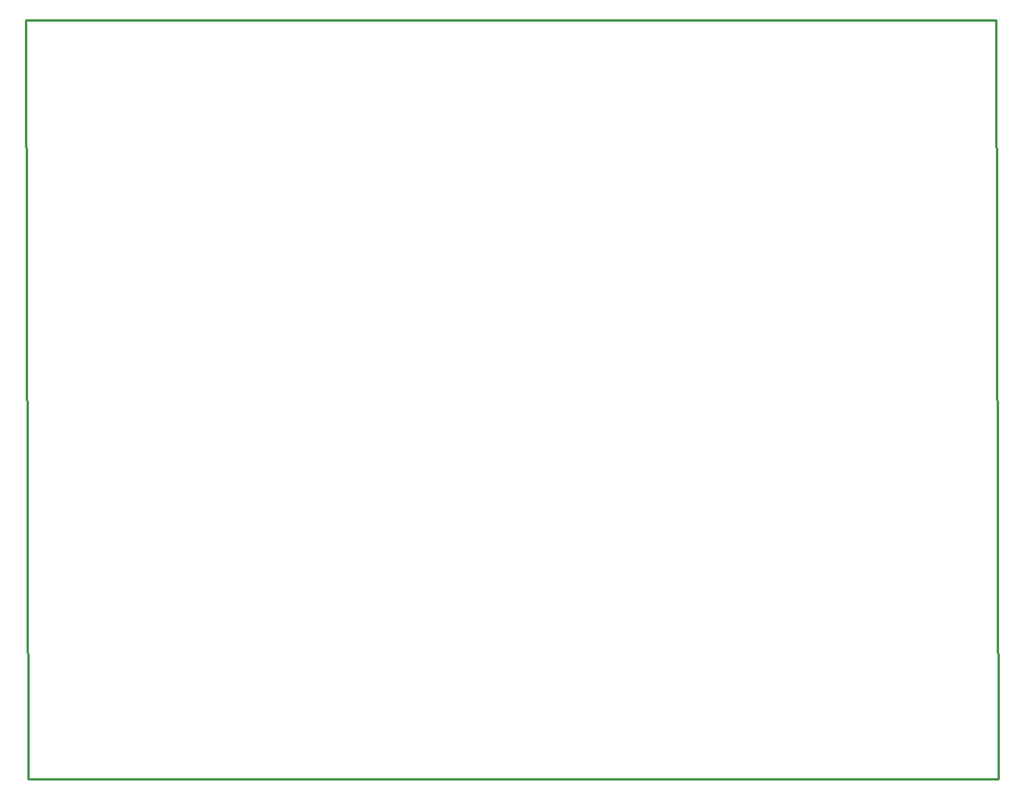
<source format=gbr>
G04 EAGLE Gerber RS-274X export*
G75*
%MOMM*%
%FSLAX34Y34*%
%LPD*%
%IN*%
%IPPOS*%
%AMOC8*
5,1,8,0,0,1.08239X$1,22.5*%
G01*
%ADD10C,0.254000*%


D10*
X-2540Y799840D02*
X0Y0D01*
X1023000Y-200D01*
X1020460Y799840D01*
X-2540Y799840D01*
M02*

</source>
